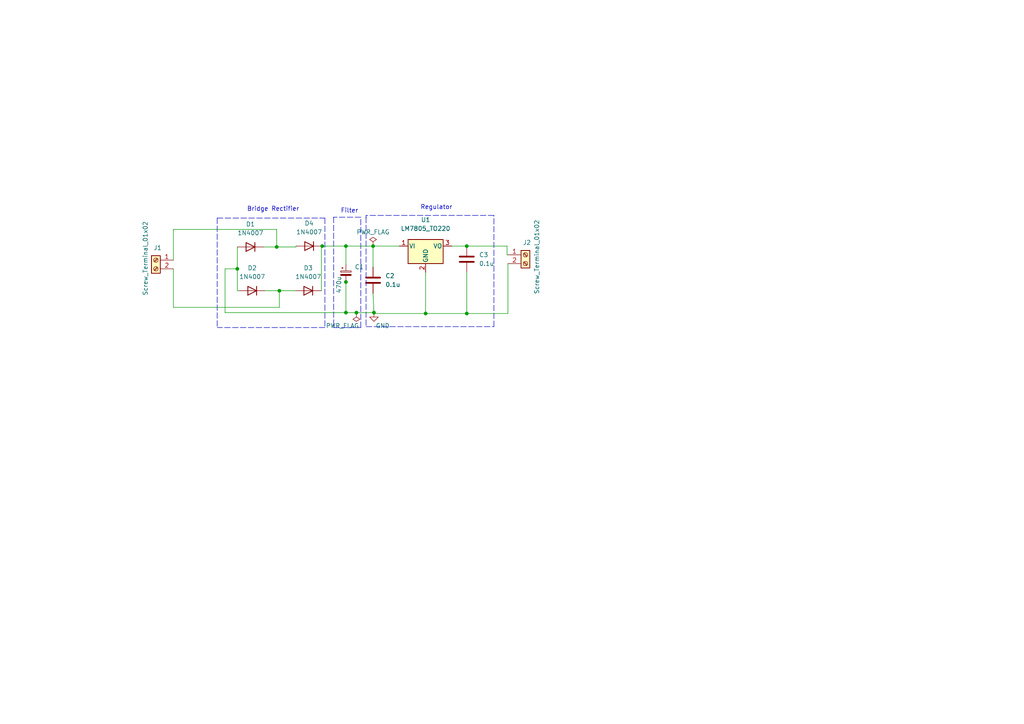
<source format=kicad_sch>
(kicad_sch (version 20211123) (generator eeschema)
  (paper "A4")
  (title_block (title "5V Regulated Power Supply") (date "2023-03-24") (rev "V0.1") (company "Goa College of Engineering") (comment 1 "ESD Practical") (comment 2 "TE ETC A") (comment 3 "201104012") (comment 4 "Atmanand Gauns"))
  (lib_symbols
    (symbol "Connector:Screw_Terminal_01x02" (pin_names (offset 1.016) hide)
      (property "Reference" "J" (at 0 2.54 0))
      (property "Value" "Screw_Terminal_01x02" (at 0 -5.08 0))
      (symbol "Screw_Terminal_01x02_1_1"
        (rectangle (start -1.27 1.27) (end 1.27 -3.81) (stroke (width 0.254)) (fill (type background)))
        (circle (center 0 -2.54) (radius 0.635) (stroke (width 0.1524)))
        (polyline (pts (xy -0.5334 -2.2098) (xy 0.3302 -3.048)) (stroke (width 0.1524)))
        (polyline (pts (xy -0.5334 0.3302) (xy 0.3302 -0.508)) (stroke (width 0.1524)))
        (polyline (pts (xy -0.3556 -2.032) (xy 0.508 -2.8702)) (stroke (width 0.1524)))
        (polyline (pts (xy -0.3556 0.508) (xy 0.508 -0.3302)) (stroke (width 0.1524)))
        (circle (center 0 0) (radius 0.635) (stroke (width 0.1524)))
        (pin passive line (at -5.08 0 0) (length 3.81) (name "Pin_1") (number "1"))
        (pin passive line (at -5.08 -2.54 0) (length 3.81) (name "Pin_2") (number "2"))
      )
    )
    (symbol "Device:C" (pin_numbers hide) (pin_names (offset 0.254))
      (property "Reference" "C" (at 0.635 2.54 0))
      (property "Value" "C" (at 0.635 -2.54 0))
      (symbol "C_0_1"
        (polyline (pts (xy -2.032 -0.762) (xy 2.032 -0.762)) (stroke (width 0.508)))
        (polyline (pts (xy -2.032 0.762) (xy 2.032 0.762)) (stroke (width 0.508)))
      )
      (symbol "C_1_1"
        (pin passive line (at 0 3.81 270) (length 2.794) (name "~") (number "1"))
        (pin passive line (at 0 -3.81 90) (length 2.794) (name "~") (number "2"))
      )
    )
    (symbol "Device:C_Polarized_Small" (pin_numbers hide) (pin_names (offset 0.254) hide)
      (property "Reference" "C" (at 0.254 1.778 0))
      (property "Value" "C_Polarized_Small" (at 0.254 -2.032 0))
      (symbol "C_Polarized_Small_0_1"
        (rectangle (start -1.524 -0.3048) (end 1.524 -0.6858) (fill (type outline)))
        (rectangle (start -1.524 0.6858) (end 1.524 0.3048))
        (polyline (pts (xy -1.27 1.524) (xy -0.762 1.524)))
        (polyline (pts (xy -1.016 1.27) (xy -1.016 1.778)))
      )
      (symbol "C_Polarized_Small_1_1"
        (pin passive line (at 0 2.54 270) (length 1.8542) (name "~") (number "1"))
        (pin passive line (at 0 -2.54 90) (length 1.8542) (name "~") (number "2"))
      )
    )
    (symbol "Diode:1N4007" (pin_numbers hide) (pin_names hide)
      (property "Reference" "D" (at 0 2.54 0))
      (property "Value" "1N4007" (at 0 -2.54 0))
      (symbol "1N4007_0_1"
        (polyline (pts (xy -1.27 1.27) (xy -1.27 -1.27)) (stroke (width 0.254)))
        (polyline (pts (xy 1.27 0) (xy -1.27 0)))
        (polyline (pts (xy 1.27 1.27) (xy 1.27 -1.27) (xy -1.27 0) (xy 1.27 1.27)) (stroke (width 0.254)))
      )
      (symbol "1N4007_1_1"
        (pin passive line (at -3.81 0 0) (length 2.54) (name "K") (number "1"))
        (pin passive line (at 3.81 0 180) (length 2.54) (name "A") (number "2"))
      )
    )
    (symbol "Regulator_Linear:LM7805_TO220" (pin_names (offset 0.254))
      (property "Reference" "U" (at -3.81 3.175 0))
      (property "Value" "LM7805_TO220" (at 0 3.175 0))
      (symbol "LM7805_TO220_0_1"
        (rectangle (start -5.08 1.905) (end 5.08 -5.08) (stroke (width 0.254)) (fill (type background)))
      )
      (symbol "LM7805_TO220_1_1"
        (pin power_in line (at -7.62 0 0) (length 2.54) (name "VI") (number "1"))
        (pin power_in line (at 0 -7.62 90) (length 2.54) (name "GND") (number "2"))
        (pin power_out line (at 7.62 0 180) (length 2.54) (name "VO") (number "3"))
      )
    )
    (symbol "power:GND" (power) (pin_names (offset 0))
      (property "Value" "GND" (at 0 -3.81 0))
      (symbol "GND_0_1"
        (polyline (pts (xy 0 0) (xy 0 -1.27) (xy 1.27 -1.27) (xy 0 -2.54) (xy -1.27 -1.27) (xy 0 -1.27)))
      )
      (symbol "GND_1_1"
        (pin power_in line (at 0 0 270) (length 0) hide (name "GND") (number "1"))
      )
    )
    (symbol "power:PWR_FLAG" (power) (pin_numbers hide) (pin_names (offset 0) hide)
      (property "Value" "PWR_FLAG" (at 0 3.81 0))
      (symbol "PWR_FLAG_0_0"
        (pin power_out line (at 0 0 90) (length 0) (name "pwr") (number "1"))
      )
      (symbol "PWR_FLAG_0_1"
        (polyline (pts (xy 0 0) (xy 0 1.27) (xy -1.016 1.905) (xy 0 2.54) (xy 1.016 1.905) (xy 0 1.27)))
      )
    )
  )
  (junction (at 100.33 90.678))
  (junction (at 68.834 77.978))
  (junction (at 93.472 71.374))
  (junction (at 80.264 71.628))
  (junction (at 100.33 81.788))
  (junction (at 135.382 90.932))
  (junction (at 103.378 90.678))
  (junction (at 123.444 90.932))
  (junction (at 135.382 71.374))
  (junction (at 108.458 90.678))
  (junction (at 81.026 84.328))
  (junction (at 100.33 71.374))
  (junction (at 108.204 71.374))
  (wire (pts (xy 81.026 89.154) (xy 81.026 84.328)))
  (polyline (pts (xy 104.648 62.992) (xy 96.774 62.992)))
  (polyline (pts (xy 106.172 62.992) (xy 106.172 94.742)))
  (wire (pts (xy 65.278 90.678) (xy 65.278 77.978)))
  (wire (pts (xy 100.33 71.374) (xy 100.33 76.708)))
  (wire (pts (xy 135.382 90.932) (xy 147.32 90.932)))
  (wire (pts (xy 147.32 73.914) (xy 147.066 73.914)))
  (wire (pts (xy 108.458 90.932) (xy 108.458 90.678)))
  (wire (pts (xy 81.026 84.328) (xy 85.598 84.328)))
  (wire (pts (xy 50.292 77.978) (xy 50.292 89.154)))
  (wire (pts (xy 123.444 90.932) (xy 135.382 90.932)))
  (wire (pts (xy 147.32 90.932) (xy 147.32 76.454)))
  (polyline (pts (xy 106.172 62.484) (xy 106.172 63.246)))
  (wire (pts (xy 100.33 81.788) (xy 100.33 90.678)))
  (polyline (pts (xy 62.992 63.246) (xy 62.992 94.996)))
  (wire (pts (xy 147.066 71.374) (xy 135.382 71.374)))
  (wire (pts (xy 131.064 71.374) (xy 135.382 71.374)))
  (wire (pts (xy 93.218 84.328) (xy 93.218 71.374)))
  (wire (pts (xy 50.292 66.548) (xy 80.264 66.548)))
  (wire (pts (xy 69.342 84.328) (xy 68.834 84.328)))
  (wire (pts (xy 93.218 71.374) (xy 93.472 71.374)))
  (wire (pts (xy 80.264 71.628) (xy 85.852 71.628)))
  (polyline (pts (xy 143.256 62.484) (xy 106.172 62.484)))
  (wire (pts (xy 100.33 90.678) (xy 65.278 90.678)))
  (wire (pts (xy 50.292 75.438) (xy 50.292 66.548)))
  (wire (pts (xy 85.852 71.628) (xy 85.852 71.374)))
  (polyline (pts (xy 96.774 94.996) (xy 104.648 94.996)))
  (wire (pts (xy 68.834 77.978) (xy 68.834 84.328)))
  (wire (pts (xy 65.278 77.978) (xy 68.834 77.978)))
  (polyline (pts (xy 96.774 62.992) (xy 96.774 63.246)))
  (wire (pts (xy 108.458 90.932) (xy 123.444 90.932)))
  (wire (pts (xy 108.204 85.09) (xy 108.458 90.678)))
  (polyline (pts (xy 106.172 94.742) (xy 143.256 94.742)))
  (wire (pts (xy 80.264 66.548) (xy 80.264 71.628)))
  (wire (pts (xy 93.472 71.374) (xy 100.33 71.374)))
  (wire (pts (xy 76.454 71.628) (xy 80.264 71.628)))
  (wire (pts (xy 103.378 90.678) (xy 100.33 90.678)))
  (polyline (pts (xy 62.992 63.246) (xy 94.234 63.246)))
  (polyline (pts (xy 94.234 63.246) (xy 94.234 94.996)))
  (wire (pts (xy 50.292 89.154) (xy 81.026 89.154)))
  (polyline (pts (xy 143.256 94.742) (xy 143.256 62.484)))
  (wire (pts (xy 123.444 78.994) (xy 123.444 90.932)))
  (polyline (pts (xy 104.648 94.996) (xy 104.648 62.992)))
  (wire (pts (xy 76.962 84.328) (xy 81.026 84.328)))
  (wire (pts (xy 100.33 71.374) (xy 108.204 71.374)))
  (polyline (pts (xy 96.774 62.992) (xy 96.774 94.996)))
  (wire (pts (xy 108.458 90.678) (xy 103.378 90.678)))
  (wire (pts (xy 135.382 78.994) (xy 135.382 90.932)))
  (wire (pts (xy 68.834 71.628) (xy 68.834 77.978)))
  (polyline (pts (xy 94.234 94.996) (xy 62.992 94.996)))
  (wire (pts (xy 100.33 81.534) (xy 100.33 81.788)))
  (wire (pts (xy 108.204 71.374) (xy 108.204 77.47)))
  (wire (pts (xy 147.066 73.914) (xy 147.066 71.374)))
  (wire (pts (xy 108.204 71.374) (xy 115.824 71.374)))
  (text "Regulator" (at 121.92 60.96 0) (effects (font (size 1.27 1.27)) (justify left bottom)))
  (text "Filter" (at 98.806 61.976 0) (effects (font (size 1.27 1.27)) (justify left bottom)))
  (text "Bridge Rectifier" (at 71.628 61.468 0) (effects (font (size 1.27 1.27)) (justify left bottom)))
  (symbol (lib_id "Regulator_Linear:LM7805_TO220") (at 123.444 71.374 0) (unit 1)
    (property "Reference" "U1" (at 123.444 63.754 0))
    (property "Value" "LM7805_TO220" (at 123.444 66.294 0))
    (property "Footprint" "Package_TO_SOT_THT:TO-220-3_Vertical" (effects hide))
    (property "Datasheet" "https://www.onsemi.cn/PowerSolutions/document/MC7800-D.PDF" (effects hide))
  )
  (symbol (lib_id "Diode:1N4007") (at 72.644 71.628 180) (unit 1)
    (property "Reference" "D1" (at 72.644 65.024 0))
    (property "Value" "1N4007" (at 72.644 67.564 0))
    (property "Footprint" "Diode_THT:D_DO-41_SOD81_P10.16mm_Horizontal" (effects hide))
    (property "Datasheet" "http://www.vishay.com/docs/88503/1n4001.pdf" (effects hide))
  )
  (symbol (lib_id "power:PWR_FLAG") (at 108.204 71.374 0) (unit 1)
    (property "Reference" "#FLG02" (effects hide))
    (property "Value" "PWR_FLAG" (at 103.378 67.31 0) (effects (justify left)))
  )
  (symbol (lib_id "Diode:1N4007") (at 89.662 71.374 180) (unit 1)
    (property "Reference" "D4" (at 89.662 64.77 0))
    (property "Value" "1N4007" (at 89.662 67.31 0))
    (property "Footprint" "Diode_THT:D_DO-41_SOD81_P10.16mm_Horizontal" (effects hide))
    (property "Datasheet" "http://www.vishay.com/docs/88503/1n4001.pdf" (effects hide))
  )
  (symbol (lib_id "power:PWR_FLAG") (at 103.378 90.678 180) (unit 1)
    (property "Reference" "#FLG01" (effects hide))
    (property "Value" "PWR_FLAG" (at 99.314 94.488 0))
  )
  (symbol (lib_id "Diode:1N4007") (at 73.152 84.328 180) (unit 1)
    (property "Reference" "D2" (at 73.152 77.724 0))
    (property "Value" "1N4007" (at 73.152 80.264 0))
    (property "Footprint" "Diode_THT:D_DO-41_SOD81_P10.16mm_Horizontal" (effects hide))
    (property "Datasheet" "http://www.vishay.com/docs/88503/1n4001.pdf" (effects hide))
  )
  (symbol (lib_id "Connector:Screw_Terminal_01x02") (at 152.4 73.914 0) (unit 1)
    (property "Reference" "J2" (at 151.638 70.358 0) (effects (justify left)))
    (property "Value" "Screw_Terminal_01x02" (at 155.702 85.344 90) (effects (justify left)))
    (property "Footprint" "TerminalBlock_Phoenix:TerminalBlock_Phoenix_MKDS-1,5-2_1x02_P5.00mm_Horizontal" (effects hide))
  )
  (symbol (lib_id "Device:C") (at 108.204 81.28 0) (unit 1)
    (property "Reference" "C2" (at 111.76 80.0099 0) (effects (justify left)))
    (property "Value" "0.1u" (at 111.76 82.5499 0) (effects (justify left)))
    (property "Footprint" "Capacitor_THT:C_Disc_D4.7mm_W2.5mm_P5.00mm" (effects hide))
  )
  (symbol (lib_id "Connector:Screw_Terminal_01x02") (at 45.212 75.438 0) (mirror y) (unit 1)
    (property "Reference" "J1" (at 45.72 71.882 0))
    (property "Value" "Screw_Terminal_01x02" (at 42.164 74.93 90))
    (property "Footprint" "TerminalBlock_Phoenix:TerminalBlock_Phoenix_MKDS-1,5-2_1x02_P5.00mm_Horizontal" (effects hide))
  )
  (symbol (lib_id "power:GND") (at 108.458 90.678 0) (unit 1)
    (property "Reference" "#PWR01" (effects hide))
    (property "Value" "GND" (at 110.998 94.488 0))
  )
  (symbol (lib_id "Diode:1N4007") (at 89.408 84.328 180) (unit 1)
    (property "Reference" "D3" (at 89.408 77.724 0))
    (property "Value" "1N4007" (at 89.408 80.264 0))
    (property "Footprint" "Diode_THT:D_DO-41_SOD81_P10.16mm_Horizontal" (effects hide))
    (property "Datasheet" "http://www.vishay.com/docs/88503/1n4001.pdf" (effects hide))
  )
  (symbol (lib_id "Device:C") (at 135.382 75.184 0) (unit 1)
    (property "Reference" "C3" (at 138.938 73.9139 0) (effects (justify left)))
    (property "Value" "0.1u" (at 138.938 76.4539 0) (effects (justify left)))
    (property "Footprint" "Capacitor_THT:C_Disc_D4.7mm_W2.5mm_P5.00mm" (effects hide))
  )
  (symbol (lib_id "Device:C_Polarized_Small") (at 100.33 79.248 0) (unit 1)
    (property "Reference" "C1" (at 102.87 77.4318 0) (effects (justify left)))
    (property "Value" "470u" (at 98.298 85.09 90) (effects (justify left)))
    (property "Footprint" "Capacitor_THT:CP_Radial_D8.0mm_P3.80mm" (effects hide))
  )
)
</source>
